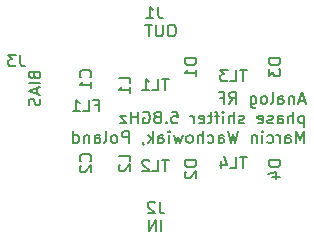
<source format=gbo>
G04 #@! TF.GenerationSoftware,KiCad,Pcbnew,5.1.10-88a1d61d58~88~ubuntu18.04.1*
G04 #@! TF.CreationDate,2021-09-27T18:20:55+02:00*
G04 #@! TF.ProjectId,rf_phase_shifter_5_8GHz,72665f70-6861-4736-955f-736869667465,1.0.0*
G04 #@! TF.SameCoordinates,Original*
G04 #@! TF.FileFunction,Legend,Bot*
G04 #@! TF.FilePolarity,Positive*
%FSLAX46Y46*%
G04 Gerber Fmt 4.6, Leading zero omitted, Abs format (unit mm)*
G04 Created by KiCad (PCBNEW 5.1.10-88a1d61d58~88~ubuntu18.04.1) date 2021-09-27 18:20:55*
%MOMM*%
%LPD*%
G01*
G04 APERTURE LIST*
%ADD10C,0.150000*%
%ADD11R,5.000000X1.600000*%
%ADD12R,1.600000X5.000000*%
G04 APERTURE END LIST*
D10*
X103090023Y-57444666D02*
X102613833Y-57444666D01*
X103185261Y-57730380D02*
X102851928Y-56730380D01*
X102518595Y-57730380D01*
X102185261Y-57063714D02*
X102185261Y-57730380D01*
X102185261Y-57158952D02*
X102137642Y-57111333D01*
X102042404Y-57063714D01*
X101899547Y-57063714D01*
X101804309Y-57111333D01*
X101756690Y-57206571D01*
X101756690Y-57730380D01*
X100851928Y-57730380D02*
X100851928Y-57206571D01*
X100899547Y-57111333D01*
X100994785Y-57063714D01*
X101185261Y-57063714D01*
X101280500Y-57111333D01*
X100851928Y-57682761D02*
X100947166Y-57730380D01*
X101185261Y-57730380D01*
X101280500Y-57682761D01*
X101328119Y-57587523D01*
X101328119Y-57492285D01*
X101280500Y-57397047D01*
X101185261Y-57349428D01*
X100947166Y-57349428D01*
X100851928Y-57301809D01*
X100232880Y-57730380D02*
X100328119Y-57682761D01*
X100375738Y-57587523D01*
X100375738Y-56730380D01*
X99709071Y-57730380D02*
X99804309Y-57682761D01*
X99851928Y-57635142D01*
X99899547Y-57539904D01*
X99899547Y-57254190D01*
X99851928Y-57158952D01*
X99804309Y-57111333D01*
X99709071Y-57063714D01*
X99566214Y-57063714D01*
X99470976Y-57111333D01*
X99423357Y-57158952D01*
X99375738Y-57254190D01*
X99375738Y-57539904D01*
X99423357Y-57635142D01*
X99470976Y-57682761D01*
X99566214Y-57730380D01*
X99709071Y-57730380D01*
X98518595Y-57063714D02*
X98518595Y-57873238D01*
X98566214Y-57968476D01*
X98613833Y-58016095D01*
X98709071Y-58063714D01*
X98851928Y-58063714D01*
X98947166Y-58016095D01*
X98518595Y-57682761D02*
X98613833Y-57730380D01*
X98804309Y-57730380D01*
X98899547Y-57682761D01*
X98947166Y-57635142D01*
X98994785Y-57539904D01*
X98994785Y-57254190D01*
X98947166Y-57158952D01*
X98899547Y-57111333D01*
X98804309Y-57063714D01*
X98613833Y-57063714D01*
X98518595Y-57111333D01*
X96709071Y-57730380D02*
X97042404Y-57254190D01*
X97280500Y-57730380D02*
X97280500Y-56730380D01*
X96899547Y-56730380D01*
X96804309Y-56778000D01*
X96756690Y-56825619D01*
X96709071Y-56920857D01*
X96709071Y-57063714D01*
X96756690Y-57158952D01*
X96804309Y-57206571D01*
X96899547Y-57254190D01*
X97280500Y-57254190D01*
X95947166Y-57206571D02*
X96280499Y-57206571D01*
X96280499Y-57730380D02*
X96280499Y-56730380D01*
X95804309Y-56730380D01*
X103042404Y-58713714D02*
X103042404Y-59713714D01*
X103042404Y-58761333D02*
X102947166Y-58713714D01*
X102756690Y-58713714D01*
X102661452Y-58761333D01*
X102613833Y-58808952D01*
X102566214Y-58904190D01*
X102566214Y-59189904D01*
X102613833Y-59285142D01*
X102661452Y-59332761D01*
X102756690Y-59380380D01*
X102947166Y-59380380D01*
X103042404Y-59332761D01*
X102137642Y-59380380D02*
X102137642Y-58380380D01*
X101709071Y-59380380D02*
X101709071Y-58856571D01*
X101756690Y-58761333D01*
X101851928Y-58713714D01*
X101994785Y-58713714D01*
X102090023Y-58761333D01*
X102137642Y-58808952D01*
X100804309Y-59380380D02*
X100804309Y-58856571D01*
X100851928Y-58761333D01*
X100947166Y-58713714D01*
X101137642Y-58713714D01*
X101232880Y-58761333D01*
X100804309Y-59332761D02*
X100899547Y-59380380D01*
X101137642Y-59380380D01*
X101232880Y-59332761D01*
X101280500Y-59237523D01*
X101280500Y-59142285D01*
X101232880Y-59047047D01*
X101137642Y-58999428D01*
X100899547Y-58999428D01*
X100804309Y-58951809D01*
X100375738Y-59332761D02*
X100280500Y-59380380D01*
X100090023Y-59380380D01*
X99994785Y-59332761D01*
X99947166Y-59237523D01*
X99947166Y-59189904D01*
X99994785Y-59094666D01*
X100090023Y-59047047D01*
X100232880Y-59047047D01*
X100328119Y-58999428D01*
X100375738Y-58904190D01*
X100375738Y-58856571D01*
X100328119Y-58761333D01*
X100232880Y-58713714D01*
X100090023Y-58713714D01*
X99994785Y-58761333D01*
X99137642Y-59332761D02*
X99232880Y-59380380D01*
X99423357Y-59380380D01*
X99518595Y-59332761D01*
X99566214Y-59237523D01*
X99566214Y-58856571D01*
X99518595Y-58761333D01*
X99423357Y-58713714D01*
X99232880Y-58713714D01*
X99137642Y-58761333D01*
X99090023Y-58856571D01*
X99090023Y-58951809D01*
X99566214Y-59047047D01*
X97947166Y-59332761D02*
X97851928Y-59380380D01*
X97661452Y-59380380D01*
X97566214Y-59332761D01*
X97518595Y-59237523D01*
X97518595Y-59189904D01*
X97566214Y-59094666D01*
X97661452Y-59047047D01*
X97804309Y-59047047D01*
X97899547Y-58999428D01*
X97947166Y-58904190D01*
X97947166Y-58856571D01*
X97899547Y-58761333D01*
X97804309Y-58713714D01*
X97661452Y-58713714D01*
X97566214Y-58761333D01*
X97090023Y-59380380D02*
X97090023Y-58380380D01*
X96661452Y-59380380D02*
X96661452Y-58856571D01*
X96709071Y-58761333D01*
X96804309Y-58713714D01*
X96947166Y-58713714D01*
X97042404Y-58761333D01*
X97090023Y-58808952D01*
X96185261Y-59380380D02*
X96185261Y-58713714D01*
X96185261Y-58380380D02*
X96232880Y-58428000D01*
X96185261Y-58475619D01*
X96137642Y-58428000D01*
X96185261Y-58380380D01*
X96185261Y-58475619D01*
X95851928Y-58713714D02*
X95470976Y-58713714D01*
X95709071Y-59380380D02*
X95709071Y-58523238D01*
X95661452Y-58428000D01*
X95566214Y-58380380D01*
X95470976Y-58380380D01*
X95280500Y-58713714D02*
X94899547Y-58713714D01*
X95137642Y-58380380D02*
X95137642Y-59237523D01*
X95090023Y-59332761D01*
X94994785Y-59380380D01*
X94899547Y-59380380D01*
X94185261Y-59332761D02*
X94280500Y-59380380D01*
X94470976Y-59380380D01*
X94566214Y-59332761D01*
X94613833Y-59237523D01*
X94613833Y-58856571D01*
X94566214Y-58761333D01*
X94470976Y-58713714D01*
X94280500Y-58713714D01*
X94185261Y-58761333D01*
X94137642Y-58856571D01*
X94137642Y-58951809D01*
X94613833Y-59047047D01*
X93709071Y-59380380D02*
X93709071Y-58713714D01*
X93709071Y-58904190D02*
X93661452Y-58808952D01*
X93613833Y-58761333D01*
X93518595Y-58713714D01*
X93423357Y-58713714D01*
X91851928Y-58380380D02*
X92328119Y-58380380D01*
X92375738Y-58856571D01*
X92328119Y-58808952D01*
X92232880Y-58761333D01*
X91994785Y-58761333D01*
X91899547Y-58808952D01*
X91851928Y-58856571D01*
X91804309Y-58951809D01*
X91804309Y-59189904D01*
X91851928Y-59285142D01*
X91899547Y-59332761D01*
X91994785Y-59380380D01*
X92232880Y-59380380D01*
X92328119Y-59332761D01*
X92375738Y-59285142D01*
X91375738Y-59285142D02*
X91328119Y-59332761D01*
X91375738Y-59380380D01*
X91423357Y-59332761D01*
X91375738Y-59285142D01*
X91375738Y-59380380D01*
X90756690Y-58808952D02*
X90851928Y-58761333D01*
X90899547Y-58713714D01*
X90947166Y-58618476D01*
X90947166Y-58570857D01*
X90899547Y-58475619D01*
X90851928Y-58428000D01*
X90756690Y-58380380D01*
X90566214Y-58380380D01*
X90470976Y-58428000D01*
X90423357Y-58475619D01*
X90375738Y-58570857D01*
X90375738Y-58618476D01*
X90423357Y-58713714D01*
X90470976Y-58761333D01*
X90566214Y-58808952D01*
X90756690Y-58808952D01*
X90851928Y-58856571D01*
X90899547Y-58904190D01*
X90947166Y-58999428D01*
X90947166Y-59189904D01*
X90899547Y-59285142D01*
X90851928Y-59332761D01*
X90756690Y-59380380D01*
X90566214Y-59380380D01*
X90470976Y-59332761D01*
X90423357Y-59285142D01*
X90375738Y-59189904D01*
X90375738Y-58999428D01*
X90423357Y-58904190D01*
X90470976Y-58856571D01*
X90566214Y-58808952D01*
X89423357Y-58428000D02*
X89518595Y-58380380D01*
X89661452Y-58380380D01*
X89804309Y-58428000D01*
X89899547Y-58523238D01*
X89947166Y-58618476D01*
X89994785Y-58808952D01*
X89994785Y-58951809D01*
X89947166Y-59142285D01*
X89899547Y-59237523D01*
X89804309Y-59332761D01*
X89661452Y-59380380D01*
X89566214Y-59380380D01*
X89423357Y-59332761D01*
X89375738Y-59285142D01*
X89375738Y-58951809D01*
X89566214Y-58951809D01*
X88947166Y-59380380D02*
X88947166Y-58380380D01*
X88947166Y-58856571D02*
X88375738Y-58856571D01*
X88375738Y-59380380D02*
X88375738Y-58380380D01*
X87994785Y-58713714D02*
X87470976Y-58713714D01*
X87994785Y-59380380D01*
X87470976Y-59380380D01*
X103042404Y-61030380D02*
X103042404Y-60030380D01*
X102709071Y-60744666D01*
X102375738Y-60030380D01*
X102375738Y-61030380D01*
X101470976Y-61030380D02*
X101470976Y-60506571D01*
X101518595Y-60411333D01*
X101613833Y-60363714D01*
X101804309Y-60363714D01*
X101899547Y-60411333D01*
X101470976Y-60982761D02*
X101566214Y-61030380D01*
X101804309Y-61030380D01*
X101899547Y-60982761D01*
X101947166Y-60887523D01*
X101947166Y-60792285D01*
X101899547Y-60697047D01*
X101804309Y-60649428D01*
X101566214Y-60649428D01*
X101470976Y-60601809D01*
X100994785Y-61030380D02*
X100994785Y-60363714D01*
X100994785Y-60554190D02*
X100947166Y-60458952D01*
X100899547Y-60411333D01*
X100804309Y-60363714D01*
X100709071Y-60363714D01*
X99947166Y-60982761D02*
X100042404Y-61030380D01*
X100232880Y-61030380D01*
X100328119Y-60982761D01*
X100375738Y-60935142D01*
X100423357Y-60839904D01*
X100423357Y-60554190D01*
X100375738Y-60458952D01*
X100328119Y-60411333D01*
X100232880Y-60363714D01*
X100042404Y-60363714D01*
X99947166Y-60411333D01*
X99518595Y-61030380D02*
X99518595Y-60363714D01*
X99518595Y-60030380D02*
X99566214Y-60078000D01*
X99518595Y-60125619D01*
X99470976Y-60078000D01*
X99518595Y-60030380D01*
X99518595Y-60125619D01*
X99042404Y-60363714D02*
X99042404Y-61030380D01*
X99042404Y-60458952D02*
X98994785Y-60411333D01*
X98899547Y-60363714D01*
X98756690Y-60363714D01*
X98661452Y-60411333D01*
X98613833Y-60506571D01*
X98613833Y-61030380D01*
X97470976Y-60030380D02*
X97232880Y-61030380D01*
X97042404Y-60316095D01*
X96851928Y-61030380D01*
X96613833Y-60030380D01*
X95804309Y-61030380D02*
X95804309Y-60506571D01*
X95851928Y-60411333D01*
X95947166Y-60363714D01*
X96137642Y-60363714D01*
X96232880Y-60411333D01*
X95804309Y-60982761D02*
X95899547Y-61030380D01*
X96137642Y-61030380D01*
X96232880Y-60982761D01*
X96280500Y-60887523D01*
X96280500Y-60792285D01*
X96232880Y-60697047D01*
X96137642Y-60649428D01*
X95899547Y-60649428D01*
X95804309Y-60601809D01*
X94899547Y-60982761D02*
X94994785Y-61030380D01*
X95185261Y-61030380D01*
X95280500Y-60982761D01*
X95328119Y-60935142D01*
X95375738Y-60839904D01*
X95375738Y-60554190D01*
X95328119Y-60458952D01*
X95280500Y-60411333D01*
X95185261Y-60363714D01*
X94994785Y-60363714D01*
X94899547Y-60411333D01*
X94470976Y-61030380D02*
X94470976Y-60030380D01*
X94042404Y-61030380D02*
X94042404Y-60506571D01*
X94090023Y-60411333D01*
X94185261Y-60363714D01*
X94328119Y-60363714D01*
X94423357Y-60411333D01*
X94470976Y-60458952D01*
X93423357Y-61030380D02*
X93518595Y-60982761D01*
X93566214Y-60935142D01*
X93613833Y-60839904D01*
X93613833Y-60554190D01*
X93566214Y-60458952D01*
X93518595Y-60411333D01*
X93423357Y-60363714D01*
X93280500Y-60363714D01*
X93185261Y-60411333D01*
X93137642Y-60458952D01*
X93090023Y-60554190D01*
X93090023Y-60839904D01*
X93137642Y-60935142D01*
X93185261Y-60982761D01*
X93280500Y-61030380D01*
X93423357Y-61030380D01*
X92756690Y-60363714D02*
X92566214Y-61030380D01*
X92375738Y-60554190D01*
X92185261Y-61030380D01*
X91994785Y-60363714D01*
X91613833Y-61030380D02*
X91613833Y-60363714D01*
X91613833Y-60030380D02*
X91661452Y-60078000D01*
X91613833Y-60125619D01*
X91566214Y-60078000D01*
X91613833Y-60030380D01*
X91613833Y-60125619D01*
X90709071Y-61030380D02*
X90709071Y-60506571D01*
X90756690Y-60411333D01*
X90851928Y-60363714D01*
X91042404Y-60363714D01*
X91137642Y-60411333D01*
X90709071Y-60982761D02*
X90804309Y-61030380D01*
X91042404Y-61030380D01*
X91137642Y-60982761D01*
X91185261Y-60887523D01*
X91185261Y-60792285D01*
X91137642Y-60697047D01*
X91042404Y-60649428D01*
X90804309Y-60649428D01*
X90709071Y-60601809D01*
X90232880Y-61030380D02*
X90232880Y-60030380D01*
X90137642Y-60649428D02*
X89851928Y-61030380D01*
X89851928Y-60363714D02*
X90232880Y-60744666D01*
X89375738Y-60982761D02*
X89375738Y-61030380D01*
X89423357Y-61125619D01*
X89470976Y-61173238D01*
X88185261Y-61030380D02*
X88185261Y-60030380D01*
X87804309Y-60030380D01*
X87709071Y-60078000D01*
X87661452Y-60125619D01*
X87613833Y-60220857D01*
X87613833Y-60363714D01*
X87661452Y-60458952D01*
X87709071Y-60506571D01*
X87804309Y-60554190D01*
X88185261Y-60554190D01*
X87042404Y-61030380D02*
X87137642Y-60982761D01*
X87185261Y-60935142D01*
X87232880Y-60839904D01*
X87232880Y-60554190D01*
X87185261Y-60458952D01*
X87137642Y-60411333D01*
X87042404Y-60363714D01*
X86899547Y-60363714D01*
X86804309Y-60411333D01*
X86756690Y-60458952D01*
X86709071Y-60554190D01*
X86709071Y-60839904D01*
X86756690Y-60935142D01*
X86804309Y-60982761D01*
X86899547Y-61030380D01*
X87042404Y-61030380D01*
X86137642Y-61030380D02*
X86232880Y-60982761D01*
X86280500Y-60887523D01*
X86280500Y-60030380D01*
X85328119Y-61030380D02*
X85328119Y-60506571D01*
X85375738Y-60411333D01*
X85470976Y-60363714D01*
X85661452Y-60363714D01*
X85756690Y-60411333D01*
X85328119Y-60982761D02*
X85423357Y-61030380D01*
X85661452Y-61030380D01*
X85756690Y-60982761D01*
X85804309Y-60887523D01*
X85804309Y-60792285D01*
X85756690Y-60697047D01*
X85661452Y-60649428D01*
X85423357Y-60649428D01*
X85328119Y-60601809D01*
X84851928Y-60363714D02*
X84851928Y-61030380D01*
X84851928Y-60458952D02*
X84804309Y-60411333D01*
X84709071Y-60363714D01*
X84566214Y-60363714D01*
X84470976Y-60411333D01*
X84423357Y-60506571D01*
X84423357Y-61030380D01*
X83518595Y-61030380D02*
X83518595Y-60030380D01*
X83518595Y-60982761D02*
X83613833Y-61030380D01*
X83804309Y-61030380D01*
X83899547Y-60982761D01*
X83947166Y-60935142D01*
X83994785Y-60839904D01*
X83994785Y-60554190D01*
X83947166Y-60458952D01*
X83899547Y-60411333D01*
X83804309Y-60363714D01*
X83613833Y-60363714D01*
X83518595Y-60411333D01*
X80192571Y-55316571D02*
X80240190Y-55459428D01*
X80287809Y-55507047D01*
X80383047Y-55554666D01*
X80525904Y-55554666D01*
X80621142Y-55507047D01*
X80668761Y-55459428D01*
X80716380Y-55364190D01*
X80716380Y-54983238D01*
X79716380Y-54983238D01*
X79716380Y-55316571D01*
X79764000Y-55411809D01*
X79811619Y-55459428D01*
X79906857Y-55507047D01*
X80002095Y-55507047D01*
X80097333Y-55459428D01*
X80144952Y-55411809D01*
X80192571Y-55316571D01*
X80192571Y-54983238D01*
X80716380Y-55983238D02*
X79716380Y-55983238D01*
X80430666Y-56411809D02*
X80430666Y-56888000D01*
X80716380Y-56316571D02*
X79716380Y-56649904D01*
X80716380Y-56983238D01*
X80668761Y-57268952D02*
X80716380Y-57411809D01*
X80716380Y-57649904D01*
X80668761Y-57745142D01*
X80621142Y-57792761D01*
X80525904Y-57840380D01*
X80430666Y-57840380D01*
X80335428Y-57792761D01*
X80287809Y-57745142D01*
X80240190Y-57649904D01*
X80192571Y-57459428D01*
X80144952Y-57364190D01*
X80097333Y-57316571D01*
X80002095Y-57268952D01*
X79906857Y-57268952D01*
X79811619Y-57316571D01*
X79764000Y-57364190D01*
X79716380Y-57459428D01*
X79716380Y-57697523D01*
X79764000Y-57840380D01*
X91932000Y-51014380D02*
X91741523Y-51014380D01*
X91646285Y-51062000D01*
X91551047Y-51157238D01*
X91503428Y-51347714D01*
X91503428Y-51681047D01*
X91551047Y-51871523D01*
X91646285Y-51966761D01*
X91741523Y-52014380D01*
X91932000Y-52014380D01*
X92027238Y-51966761D01*
X92122476Y-51871523D01*
X92170095Y-51681047D01*
X92170095Y-51347714D01*
X92122476Y-51157238D01*
X92027238Y-51062000D01*
X91932000Y-51014380D01*
X91074857Y-51014380D02*
X91074857Y-51823904D01*
X91027238Y-51919142D01*
X90979619Y-51966761D01*
X90884380Y-52014380D01*
X90693904Y-52014380D01*
X90598666Y-51966761D01*
X90551047Y-51919142D01*
X90503428Y-51823904D01*
X90503428Y-51014380D01*
X90170095Y-51014380D02*
X89598666Y-51014380D01*
X89884380Y-52014380D02*
X89884380Y-51014380D01*
X90947809Y-68524380D02*
X90947809Y-67524380D01*
X90471619Y-68524380D02*
X90471619Y-67524380D01*
X89900190Y-68524380D01*
X89900190Y-67524380D01*
X98194666Y-62190380D02*
X97623238Y-62190380D01*
X97908952Y-63190380D02*
X97908952Y-62190380D01*
X96813714Y-63190380D02*
X97289904Y-63190380D01*
X97289904Y-62190380D01*
X96051809Y-62523714D02*
X96051809Y-63190380D01*
X96289904Y-62142761D02*
X96528000Y-62857047D01*
X95908952Y-62857047D01*
X98194666Y-54824380D02*
X97623238Y-54824380D01*
X97908952Y-55824380D02*
X97908952Y-54824380D01*
X96813714Y-55824380D02*
X97289904Y-55824380D01*
X97289904Y-54824380D01*
X96575619Y-54824380D02*
X95956571Y-54824380D01*
X96289904Y-55205333D01*
X96147047Y-55205333D01*
X96051809Y-55252952D01*
X96004190Y-55300571D01*
X95956571Y-55395809D01*
X95956571Y-55633904D01*
X96004190Y-55729142D01*
X96051809Y-55776761D01*
X96147047Y-55824380D01*
X96432761Y-55824380D01*
X96528000Y-55776761D01*
X96575619Y-55729142D01*
X91590666Y-62444380D02*
X91019238Y-62444380D01*
X91304952Y-63444380D02*
X91304952Y-62444380D01*
X90209714Y-63444380D02*
X90685904Y-63444380D01*
X90685904Y-62444380D01*
X89924000Y-62539619D02*
X89876380Y-62492000D01*
X89781142Y-62444380D01*
X89543047Y-62444380D01*
X89447809Y-62492000D01*
X89400190Y-62539619D01*
X89352571Y-62634857D01*
X89352571Y-62730095D01*
X89400190Y-62872952D01*
X89971619Y-63444380D01*
X89352571Y-63444380D01*
X91590666Y-55586380D02*
X91019238Y-55586380D01*
X91304952Y-56586380D02*
X91304952Y-55586380D01*
X90209714Y-56586380D02*
X90685904Y-56586380D01*
X90685904Y-55586380D01*
X89352571Y-56586380D02*
X89924000Y-56586380D01*
X89638285Y-56586380D02*
X89638285Y-55586380D01*
X89733523Y-55729238D01*
X89828761Y-55824476D01*
X89924000Y-55872095D01*
X79011976Y-53554380D02*
X79011976Y-54268666D01*
X79059595Y-54411523D01*
X79154833Y-54506761D01*
X79297690Y-54554380D01*
X79392928Y-54554380D01*
X78631023Y-53554380D02*
X78011976Y-53554380D01*
X78345309Y-53935333D01*
X78202452Y-53935333D01*
X78107214Y-53982952D01*
X78059595Y-54030571D01*
X78011976Y-54125809D01*
X78011976Y-54363904D01*
X78059595Y-54459142D01*
X78107214Y-54506761D01*
X78202452Y-54554380D01*
X78488166Y-54554380D01*
X78583404Y-54506761D01*
X78631023Y-54459142D01*
X90818690Y-66000380D02*
X90818690Y-66714666D01*
X90866309Y-66857523D01*
X90961547Y-66952761D01*
X91104404Y-67000380D01*
X91199642Y-67000380D01*
X90390119Y-66095619D02*
X90342500Y-66048000D01*
X90247261Y-66000380D01*
X90009166Y-66000380D01*
X89913928Y-66048000D01*
X89866309Y-66095619D01*
X89818690Y-66190857D01*
X89818690Y-66286095D01*
X89866309Y-66428952D01*
X90437738Y-67000380D01*
X89818690Y-67000380D01*
X90695976Y-49490380D02*
X90695976Y-50204666D01*
X90743595Y-50347523D01*
X90838833Y-50442761D01*
X90981690Y-50490380D01*
X91076928Y-50490380D01*
X89695976Y-50490380D02*
X90267404Y-50490380D01*
X89981690Y-50490380D02*
X89981690Y-49490380D01*
X90076928Y-49633238D01*
X90172166Y-49728476D01*
X90267404Y-49776095D01*
X85320095Y-57840571D02*
X85653428Y-57840571D01*
X85653428Y-58364380D02*
X85653428Y-57364380D01*
X85177238Y-57364380D01*
X84320095Y-58364380D02*
X84796285Y-58364380D01*
X84796285Y-57364380D01*
X83462952Y-58364380D02*
X84034380Y-58364380D01*
X83748666Y-58364380D02*
X83748666Y-57364380D01*
X83843904Y-57507238D01*
X83939142Y-57602476D01*
X84034380Y-57650095D01*
X101036380Y-62507904D02*
X100036380Y-62507904D01*
X100036380Y-62746000D01*
X100084000Y-62888857D01*
X100179238Y-62984095D01*
X100274476Y-63031714D01*
X100464952Y-63079333D01*
X100607809Y-63079333D01*
X100798285Y-63031714D01*
X100893523Y-62984095D01*
X100988761Y-62888857D01*
X101036380Y-62746000D01*
X101036380Y-62507904D01*
X100369714Y-63936476D02*
X101036380Y-63936476D01*
X99988761Y-63698380D02*
X100703047Y-63460285D01*
X100703047Y-64079333D01*
X88336380Y-62571333D02*
X88336380Y-62095142D01*
X87336380Y-62095142D01*
X87431619Y-62857047D02*
X87384000Y-62904666D01*
X87336380Y-62999904D01*
X87336380Y-63238000D01*
X87384000Y-63333238D01*
X87431619Y-63380857D01*
X87526857Y-63428476D01*
X87622095Y-63428476D01*
X87764952Y-63380857D01*
X88336380Y-62809428D01*
X88336380Y-63428476D01*
X88336380Y-55967333D02*
X88336380Y-55491142D01*
X87336380Y-55491142D01*
X88336380Y-56824476D02*
X88336380Y-56253047D01*
X88336380Y-56538761D02*
X87336380Y-56538761D01*
X87479238Y-56443523D01*
X87574476Y-56348285D01*
X87622095Y-56253047D01*
X101036380Y-53871904D02*
X100036380Y-53871904D01*
X100036380Y-54110000D01*
X100084000Y-54252857D01*
X100179238Y-54348095D01*
X100274476Y-54395714D01*
X100464952Y-54443333D01*
X100607809Y-54443333D01*
X100798285Y-54395714D01*
X100893523Y-54348095D01*
X100988761Y-54252857D01*
X101036380Y-54110000D01*
X101036380Y-53871904D01*
X100036380Y-54776666D02*
X100036380Y-55395714D01*
X100417333Y-55062380D01*
X100417333Y-55205238D01*
X100464952Y-55300476D01*
X100512571Y-55348095D01*
X100607809Y-55395714D01*
X100845904Y-55395714D01*
X100941142Y-55348095D01*
X100988761Y-55300476D01*
X101036380Y-55205238D01*
X101036380Y-54919523D01*
X100988761Y-54824285D01*
X100941142Y-54776666D01*
X93924380Y-62507904D02*
X92924380Y-62507904D01*
X92924380Y-62746000D01*
X92972000Y-62888857D01*
X93067238Y-62984095D01*
X93162476Y-63031714D01*
X93352952Y-63079333D01*
X93495809Y-63079333D01*
X93686285Y-63031714D01*
X93781523Y-62984095D01*
X93876761Y-62888857D01*
X93924380Y-62746000D01*
X93924380Y-62507904D01*
X93019619Y-63460285D02*
X92972000Y-63507904D01*
X92924380Y-63603142D01*
X92924380Y-63841238D01*
X92972000Y-63936476D01*
X93019619Y-63984095D01*
X93114857Y-64031714D01*
X93210095Y-64031714D01*
X93352952Y-63984095D01*
X93924380Y-63412666D01*
X93924380Y-64031714D01*
X93924380Y-53871904D02*
X92924380Y-53871904D01*
X92924380Y-54110000D01*
X92972000Y-54252857D01*
X93067238Y-54348095D01*
X93162476Y-54395714D01*
X93352952Y-54443333D01*
X93495809Y-54443333D01*
X93686285Y-54395714D01*
X93781523Y-54348095D01*
X93876761Y-54252857D01*
X93924380Y-54110000D01*
X93924380Y-53871904D01*
X93924380Y-55395714D02*
X93924380Y-54824285D01*
X93924380Y-55110000D02*
X92924380Y-55110000D01*
X93067238Y-55014761D01*
X93162476Y-54919523D01*
X93210095Y-54824285D01*
X84939142Y-62571333D02*
X84986761Y-62523714D01*
X85034380Y-62380857D01*
X85034380Y-62285619D01*
X84986761Y-62142761D01*
X84891523Y-62047523D01*
X84796285Y-61999904D01*
X84605809Y-61952285D01*
X84462952Y-61952285D01*
X84272476Y-61999904D01*
X84177238Y-62047523D01*
X84082000Y-62142761D01*
X84034380Y-62285619D01*
X84034380Y-62380857D01*
X84082000Y-62523714D01*
X84129619Y-62571333D01*
X84129619Y-62952285D02*
X84082000Y-62999904D01*
X84034380Y-63095142D01*
X84034380Y-63333238D01*
X84082000Y-63428476D01*
X84129619Y-63476095D01*
X84224857Y-63523714D01*
X84320095Y-63523714D01*
X84462952Y-63476095D01*
X85034380Y-62904666D01*
X85034380Y-63523714D01*
X84939142Y-55459333D02*
X84986761Y-55411714D01*
X85034380Y-55268857D01*
X85034380Y-55173619D01*
X84986761Y-55030761D01*
X84891523Y-54935523D01*
X84796285Y-54887904D01*
X84605809Y-54840285D01*
X84462952Y-54840285D01*
X84272476Y-54887904D01*
X84177238Y-54935523D01*
X84082000Y-55030761D01*
X84034380Y-55173619D01*
X84034380Y-55268857D01*
X84082000Y-55411714D01*
X84129619Y-55459333D01*
X85034380Y-56411714D02*
X85034380Y-55840285D01*
X85034380Y-56126000D02*
X84034380Y-56126000D01*
X84177238Y-56030761D01*
X84272476Y-55935523D01*
X84320095Y-55840285D01*
%LPC*%
D11*
X75946000Y-61698000D03*
X75946000Y-56158000D03*
D12*
X87225000Y-66654000D03*
X81685000Y-66654000D03*
X81685000Y-51054000D03*
X87225000Y-51054000D03*
M02*

</source>
